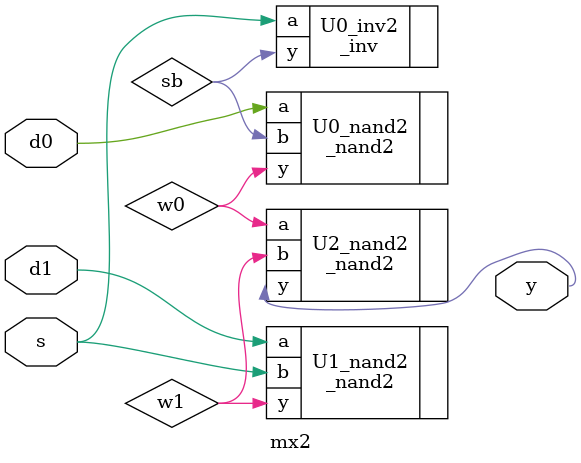
<source format=v>
module mx2(d0,d1,s,y); //2 to 1 multiplexer
	input d0, d1;
	input s;
	output y;
	wire sb,w0,w1;
	//instance inverter and nand
	_inv U0_inv2(.a(s),.y(sb));
	_nand2 U0_nand2(.a(d0), .b(sb), .y(w0));
	_nand2 U1_nand2(.a(d1), .b(s), .y(w1));
	_nand2 U2_nand2(.a(w0), .b(w1), .y(y));
endmodule

</source>
